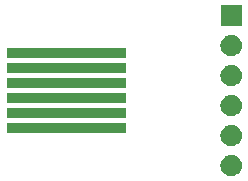
<source format=gbr>
G04 #@! TF.GenerationSoftware,KiCad,Pcbnew,(5.0.2)-1*
G04 #@! TF.CreationDate,2019-05-13T16:27:44-07:00*
G04 #@! TF.ProjectId,pickit3_icsp_adapter,7069636b-6974-4335-9f69-6373705f6164,rev?*
G04 #@! TF.SameCoordinates,Original*
G04 #@! TF.FileFunction,Soldermask,Top*
G04 #@! TF.FilePolarity,Negative*
%FSLAX46Y46*%
G04 Gerber Fmt 4.6, Leading zero omitted, Abs format (unit mm)*
G04 Created by KiCad (PCBNEW (5.0.2)-1) date 5/13/2019 4:27:44 PM*
%MOMM*%
%LPD*%
G01*
G04 APERTURE LIST*
%ADD10C,0.100000*%
G04 APERTURE END LIST*
D10*
G36*
X19160442Y-13710518D02*
X19226627Y-13717037D01*
X19339853Y-13751384D01*
X19396467Y-13768557D01*
X19535087Y-13842652D01*
X19552991Y-13852222D01*
X19588729Y-13881552D01*
X19690186Y-13964814D01*
X19773448Y-14066271D01*
X19802778Y-14102009D01*
X19802779Y-14102011D01*
X19886443Y-14258533D01*
X19886443Y-14258534D01*
X19937963Y-14428373D01*
X19955359Y-14605000D01*
X19937963Y-14781627D01*
X19903616Y-14894853D01*
X19886443Y-14951467D01*
X19812348Y-15090087D01*
X19802778Y-15107991D01*
X19773448Y-15143729D01*
X19690186Y-15245186D01*
X19588729Y-15328448D01*
X19552991Y-15357778D01*
X19552989Y-15357779D01*
X19396467Y-15441443D01*
X19339853Y-15458616D01*
X19226627Y-15492963D01*
X19160443Y-15499481D01*
X19094260Y-15506000D01*
X19005740Y-15506000D01*
X18939557Y-15499481D01*
X18873373Y-15492963D01*
X18760147Y-15458616D01*
X18703533Y-15441443D01*
X18547011Y-15357779D01*
X18547009Y-15357778D01*
X18511271Y-15328448D01*
X18409814Y-15245186D01*
X18326552Y-15143729D01*
X18297222Y-15107991D01*
X18287652Y-15090087D01*
X18213557Y-14951467D01*
X18196384Y-14894853D01*
X18162037Y-14781627D01*
X18144641Y-14605000D01*
X18162037Y-14428373D01*
X18213557Y-14258534D01*
X18213557Y-14258533D01*
X18297221Y-14102011D01*
X18297222Y-14102009D01*
X18326552Y-14066271D01*
X18409814Y-13964814D01*
X18511271Y-13881552D01*
X18547009Y-13852222D01*
X18564913Y-13842652D01*
X18703533Y-13768557D01*
X18760147Y-13751384D01*
X18873373Y-13717037D01*
X18939558Y-13710518D01*
X19005740Y-13704000D01*
X19094260Y-13704000D01*
X19160442Y-13710518D01*
X19160442Y-13710518D01*
G37*
G36*
X19160443Y-11170519D02*
X19226627Y-11177037D01*
X19339853Y-11211384D01*
X19396467Y-11228557D01*
X19535087Y-11302652D01*
X19552991Y-11312222D01*
X19588729Y-11341552D01*
X19690186Y-11424814D01*
X19773448Y-11526271D01*
X19802778Y-11562009D01*
X19802779Y-11562011D01*
X19886443Y-11718533D01*
X19886443Y-11718534D01*
X19937963Y-11888373D01*
X19955359Y-12065000D01*
X19937963Y-12241627D01*
X19903616Y-12354853D01*
X19886443Y-12411467D01*
X19812348Y-12550087D01*
X19802778Y-12567991D01*
X19773448Y-12603729D01*
X19690186Y-12705186D01*
X19588729Y-12788448D01*
X19552991Y-12817778D01*
X19552989Y-12817779D01*
X19396467Y-12901443D01*
X19339853Y-12918616D01*
X19226627Y-12952963D01*
X19160443Y-12959481D01*
X19094260Y-12966000D01*
X19005740Y-12966000D01*
X18939557Y-12959481D01*
X18873373Y-12952963D01*
X18760147Y-12918616D01*
X18703533Y-12901443D01*
X18547011Y-12817779D01*
X18547009Y-12817778D01*
X18511271Y-12788448D01*
X18409814Y-12705186D01*
X18326552Y-12603729D01*
X18297222Y-12567991D01*
X18287652Y-12550087D01*
X18213557Y-12411467D01*
X18196384Y-12354853D01*
X18162037Y-12241627D01*
X18144641Y-12065000D01*
X18162037Y-11888373D01*
X18213557Y-11718534D01*
X18213557Y-11718533D01*
X18297221Y-11562011D01*
X18297222Y-11562009D01*
X18326552Y-11526271D01*
X18409814Y-11424814D01*
X18511271Y-11341552D01*
X18547009Y-11312222D01*
X18564913Y-11302652D01*
X18703533Y-11228557D01*
X18760147Y-11211384D01*
X18873373Y-11177037D01*
X18939557Y-11170519D01*
X19005740Y-11164000D01*
X19094260Y-11164000D01*
X19160443Y-11170519D01*
X19160443Y-11170519D01*
G37*
G36*
X10131000Y-11821000D02*
X29000Y-11821000D01*
X29000Y-11039000D01*
X10131000Y-11039000D01*
X10131000Y-11821000D01*
X10131000Y-11821000D01*
G37*
G36*
X10131000Y-10551000D02*
X29000Y-10551000D01*
X29000Y-9769000D01*
X10131000Y-9769000D01*
X10131000Y-10551000D01*
X10131000Y-10551000D01*
G37*
G36*
X19160443Y-8630519D02*
X19226627Y-8637037D01*
X19339853Y-8671384D01*
X19396467Y-8688557D01*
X19535087Y-8762652D01*
X19552991Y-8772222D01*
X19588729Y-8801552D01*
X19690186Y-8884814D01*
X19773448Y-8986271D01*
X19802778Y-9022009D01*
X19802779Y-9022011D01*
X19886443Y-9178533D01*
X19886443Y-9178534D01*
X19937963Y-9348373D01*
X19955359Y-9525000D01*
X19937963Y-9701627D01*
X19903616Y-9814853D01*
X19886443Y-9871467D01*
X19812348Y-10010087D01*
X19802778Y-10027991D01*
X19773448Y-10063729D01*
X19690186Y-10165186D01*
X19588729Y-10248448D01*
X19552991Y-10277778D01*
X19552989Y-10277779D01*
X19396467Y-10361443D01*
X19339853Y-10378616D01*
X19226627Y-10412963D01*
X19160443Y-10419481D01*
X19094260Y-10426000D01*
X19005740Y-10426000D01*
X18939557Y-10419481D01*
X18873373Y-10412963D01*
X18760147Y-10378616D01*
X18703533Y-10361443D01*
X18547011Y-10277779D01*
X18547009Y-10277778D01*
X18511271Y-10248448D01*
X18409814Y-10165186D01*
X18326552Y-10063729D01*
X18297222Y-10027991D01*
X18287652Y-10010087D01*
X18213557Y-9871467D01*
X18196384Y-9814853D01*
X18162037Y-9701627D01*
X18144641Y-9525000D01*
X18162037Y-9348373D01*
X18213557Y-9178534D01*
X18213557Y-9178533D01*
X18297221Y-9022011D01*
X18297222Y-9022009D01*
X18326552Y-8986271D01*
X18409814Y-8884814D01*
X18511271Y-8801552D01*
X18547009Y-8772222D01*
X18564913Y-8762652D01*
X18703533Y-8688557D01*
X18760147Y-8671384D01*
X18873373Y-8637037D01*
X18939557Y-8630519D01*
X19005740Y-8624000D01*
X19094260Y-8624000D01*
X19160443Y-8630519D01*
X19160443Y-8630519D01*
G37*
G36*
X10131000Y-9281000D02*
X29000Y-9281000D01*
X29000Y-8499000D01*
X10131000Y-8499000D01*
X10131000Y-9281000D01*
X10131000Y-9281000D01*
G37*
G36*
X10131000Y-8011000D02*
X29000Y-8011000D01*
X29000Y-7229000D01*
X10131000Y-7229000D01*
X10131000Y-8011000D01*
X10131000Y-8011000D01*
G37*
G36*
X19160443Y-6090519D02*
X19226627Y-6097037D01*
X19339853Y-6131384D01*
X19396467Y-6148557D01*
X19535087Y-6222652D01*
X19552991Y-6232222D01*
X19588729Y-6261552D01*
X19690186Y-6344814D01*
X19773448Y-6446271D01*
X19802778Y-6482009D01*
X19802779Y-6482011D01*
X19886443Y-6638533D01*
X19886443Y-6638534D01*
X19937963Y-6808373D01*
X19955359Y-6985000D01*
X19937963Y-7161627D01*
X19903616Y-7274853D01*
X19886443Y-7331467D01*
X19812348Y-7470087D01*
X19802778Y-7487991D01*
X19773448Y-7523729D01*
X19690186Y-7625186D01*
X19588729Y-7708448D01*
X19552991Y-7737778D01*
X19552989Y-7737779D01*
X19396467Y-7821443D01*
X19339853Y-7838616D01*
X19226627Y-7872963D01*
X19160442Y-7879482D01*
X19094260Y-7886000D01*
X19005740Y-7886000D01*
X18939558Y-7879482D01*
X18873373Y-7872963D01*
X18760147Y-7838616D01*
X18703533Y-7821443D01*
X18547011Y-7737779D01*
X18547009Y-7737778D01*
X18511271Y-7708448D01*
X18409814Y-7625186D01*
X18326552Y-7523729D01*
X18297222Y-7487991D01*
X18287652Y-7470087D01*
X18213557Y-7331467D01*
X18196384Y-7274853D01*
X18162037Y-7161627D01*
X18144641Y-6985000D01*
X18162037Y-6808373D01*
X18213557Y-6638534D01*
X18213557Y-6638533D01*
X18297221Y-6482011D01*
X18297222Y-6482009D01*
X18326552Y-6446271D01*
X18409814Y-6344814D01*
X18511271Y-6261552D01*
X18547009Y-6232222D01*
X18564913Y-6222652D01*
X18703533Y-6148557D01*
X18760147Y-6131384D01*
X18873373Y-6097037D01*
X18939557Y-6090519D01*
X19005740Y-6084000D01*
X19094260Y-6084000D01*
X19160443Y-6090519D01*
X19160443Y-6090519D01*
G37*
G36*
X10131000Y-6741000D02*
X29000Y-6741000D01*
X29000Y-5959000D01*
X10131000Y-5959000D01*
X10131000Y-6741000D01*
X10131000Y-6741000D01*
G37*
G36*
X10131000Y-5471000D02*
X29000Y-5471000D01*
X29000Y-4689000D01*
X10131000Y-4689000D01*
X10131000Y-5471000D01*
X10131000Y-5471000D01*
G37*
G36*
X19160442Y-3550518D02*
X19226627Y-3557037D01*
X19339853Y-3591384D01*
X19396467Y-3608557D01*
X19535087Y-3682652D01*
X19552991Y-3692222D01*
X19588729Y-3721552D01*
X19690186Y-3804814D01*
X19773448Y-3906271D01*
X19802778Y-3942009D01*
X19802779Y-3942011D01*
X19886443Y-4098533D01*
X19886443Y-4098534D01*
X19937963Y-4268373D01*
X19955359Y-4445000D01*
X19937963Y-4621627D01*
X19903616Y-4734853D01*
X19886443Y-4791467D01*
X19812348Y-4930087D01*
X19802778Y-4947991D01*
X19773448Y-4983729D01*
X19690186Y-5085186D01*
X19588729Y-5168448D01*
X19552991Y-5197778D01*
X19552989Y-5197779D01*
X19396467Y-5281443D01*
X19339853Y-5298616D01*
X19226627Y-5332963D01*
X19160443Y-5339481D01*
X19094260Y-5346000D01*
X19005740Y-5346000D01*
X18939557Y-5339481D01*
X18873373Y-5332963D01*
X18760147Y-5298616D01*
X18703533Y-5281443D01*
X18547011Y-5197779D01*
X18547009Y-5197778D01*
X18511271Y-5168448D01*
X18409814Y-5085186D01*
X18326552Y-4983729D01*
X18297222Y-4947991D01*
X18287652Y-4930087D01*
X18213557Y-4791467D01*
X18196384Y-4734853D01*
X18162037Y-4621627D01*
X18144641Y-4445000D01*
X18162037Y-4268373D01*
X18213557Y-4098534D01*
X18213557Y-4098533D01*
X18297221Y-3942011D01*
X18297222Y-3942009D01*
X18326552Y-3906271D01*
X18409814Y-3804814D01*
X18511271Y-3721552D01*
X18547009Y-3692222D01*
X18564913Y-3682652D01*
X18703533Y-3608557D01*
X18760147Y-3591384D01*
X18873373Y-3557037D01*
X18939558Y-3550518D01*
X19005740Y-3544000D01*
X19094260Y-3544000D01*
X19160442Y-3550518D01*
X19160442Y-3550518D01*
G37*
G36*
X19951000Y-2806000D02*
X18149000Y-2806000D01*
X18149000Y-1004000D01*
X19951000Y-1004000D01*
X19951000Y-2806000D01*
X19951000Y-2806000D01*
G37*
M02*

</source>
